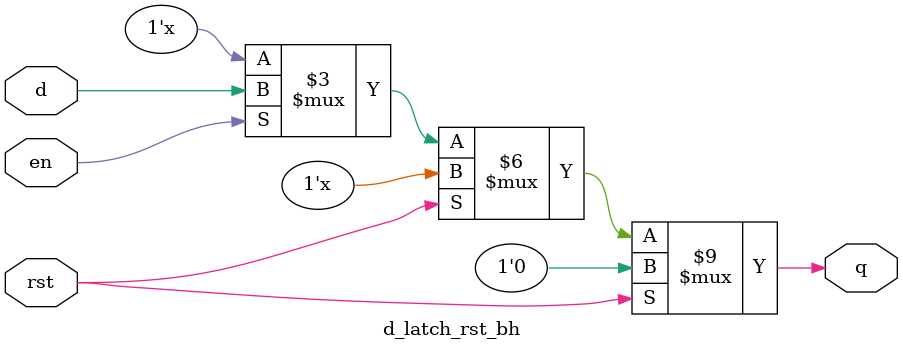
<source format=v>
module d_latch_rst_bh(q,d,en,rst);
  input d,en,rst;
  output q;

  always@(d,en,rst)
    if(rst)
      q = 1'b0;
  else if(en)
    q =  d;
endmodule

</source>
